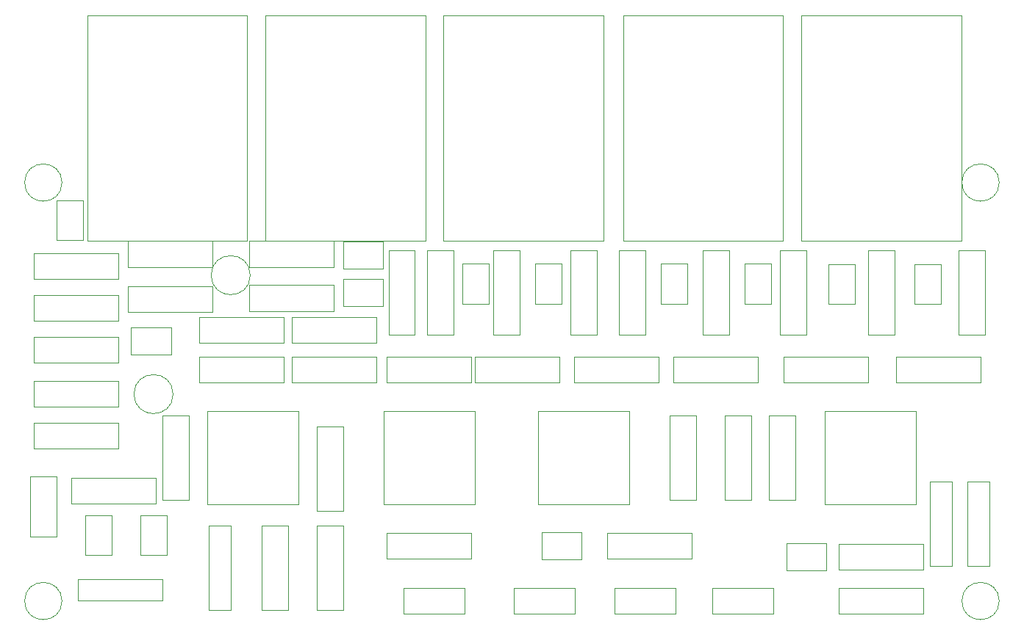
<source format=gbr>
G04 #@! TF.GenerationSoftware,KiCad,Pcbnew,(5.1.0-0)*
G04 #@! TF.CreationDate,2019-04-27T21:54:15-07:00*
G04 #@! TF.ProjectId,Pre-amp,5072652d-616d-4702-9e6b-696361645f70,rev?*
G04 #@! TF.SameCoordinates,Original*
G04 #@! TF.FileFunction,Other,User*
%FSLAX46Y46*%
G04 Gerber Fmt 4.6, Leading zero omitted, Abs format (unit mm)*
G04 Created by KiCad (PCBNEW (5.1.0-0)) date 2019-04-27 21:54:15*
%MOMM*%
%LPD*%
G04 APERTURE LIST*
%ADD10C,0.050000*%
G04 APERTURE END LIST*
D10*
X77180000Y-61480000D02*
G75*
G03X77180000Y-61480000I-2250000J0D01*
G01*
X127534000Y-60164000D02*
X124434000Y-60164000D01*
X124434000Y-60164000D02*
X124434000Y-64764000D01*
X124434000Y-64764000D02*
X127534000Y-64764000D01*
X127534000Y-64764000D02*
X127534000Y-60164000D01*
X140660000Y-57496000D02*
X159060000Y-57496000D01*
X159060000Y-57496000D02*
X159060000Y-31496000D01*
X159060000Y-31496000D02*
X140660000Y-31496000D01*
X140660000Y-31496000D02*
X140660000Y-57496000D01*
X120166000Y-57496000D02*
X138566000Y-57496000D01*
X138566000Y-57496000D02*
X138566000Y-31496000D01*
X138566000Y-31496000D02*
X120166000Y-31496000D01*
X120166000Y-31496000D02*
X120166000Y-57496000D01*
X99432000Y-57496000D02*
X117832000Y-57496000D01*
X117832000Y-57496000D02*
X117832000Y-31496000D01*
X117832000Y-31496000D02*
X99432000Y-31496000D01*
X99432000Y-31496000D02*
X99432000Y-57496000D01*
X78938000Y-57496000D02*
X97338000Y-57496000D01*
X97338000Y-57496000D02*
X97338000Y-31496000D01*
X97338000Y-31496000D02*
X78938000Y-31496000D01*
X78938000Y-31496000D02*
X78938000Y-57496000D01*
X58444000Y-57496000D02*
X76844000Y-57496000D01*
X76844000Y-57496000D02*
X76844000Y-31496000D01*
X76844000Y-31496000D02*
X58444000Y-31496000D01*
X58444000Y-31496000D02*
X58444000Y-57496000D01*
X64490000Y-93760000D02*
X67590000Y-93760000D01*
X67590000Y-93760000D02*
X67590000Y-89160000D01*
X67590000Y-89160000D02*
X64490000Y-89160000D01*
X64490000Y-89160000D02*
X64490000Y-93760000D01*
X58140000Y-93760000D02*
X61240000Y-93760000D01*
X61240000Y-93760000D02*
X61240000Y-89160000D01*
X61240000Y-89160000D02*
X58140000Y-89160000D01*
X58140000Y-89160000D02*
X58140000Y-93760000D01*
X68290000Y-75196000D02*
G75*
G03X68290000Y-75196000I-2250000J0D01*
G01*
X54838000Y-57438000D02*
X57938000Y-57438000D01*
X57938000Y-57438000D02*
X57938000Y-52838000D01*
X57938000Y-52838000D02*
X54838000Y-52838000D01*
X54838000Y-52838000D02*
X54838000Y-57438000D01*
X68066000Y-67538000D02*
X63466000Y-67538000D01*
X68066000Y-70638000D02*
X68066000Y-67538000D01*
X63466000Y-70638000D02*
X68066000Y-70638000D01*
X63466000Y-67538000D02*
X63466000Y-70638000D01*
X92490000Y-65050000D02*
X92490000Y-61950000D01*
X92490000Y-61950000D02*
X87890000Y-61950000D01*
X87890000Y-61950000D02*
X87890000Y-65050000D01*
X87890000Y-65050000D02*
X92490000Y-65050000D01*
X87890000Y-60732000D02*
X92490000Y-60732000D01*
X87890000Y-57632000D02*
X87890000Y-60732000D01*
X92490000Y-57632000D02*
X87890000Y-57632000D01*
X92490000Y-60732000D02*
X92490000Y-57632000D01*
X109956000Y-60164000D02*
X109956000Y-64764000D01*
X113056000Y-60164000D02*
X109956000Y-60164000D01*
X113056000Y-64764000D02*
X113056000Y-60164000D01*
X109956000Y-64764000D02*
X113056000Y-64764000D01*
X104674000Y-60164000D02*
X101574000Y-60164000D01*
X101574000Y-60164000D02*
X101574000Y-64764000D01*
X101574000Y-64764000D02*
X104674000Y-64764000D01*
X104674000Y-64764000D02*
X104674000Y-60164000D01*
X137186000Y-64764000D02*
X137186000Y-60164000D01*
X134086000Y-64764000D02*
X137186000Y-64764000D01*
X134086000Y-60164000D02*
X134086000Y-64764000D01*
X137186000Y-60164000D02*
X134086000Y-60164000D01*
X156744000Y-60204000D02*
X153644000Y-60204000D01*
X153644000Y-60204000D02*
X153644000Y-64804000D01*
X153644000Y-64804000D02*
X156744000Y-64804000D01*
X156744000Y-64804000D02*
X156744000Y-60204000D01*
X146838000Y-64804000D02*
X146838000Y-60204000D01*
X143738000Y-64804000D02*
X146838000Y-64804000D01*
X143738000Y-60204000D02*
X143738000Y-64804000D01*
X146838000Y-60204000D02*
X143738000Y-60204000D01*
X115350000Y-94260000D02*
X115350000Y-91160000D01*
X115350000Y-91160000D02*
X110750000Y-91160000D01*
X110750000Y-91160000D02*
X110750000Y-94260000D01*
X110750000Y-94260000D02*
X115350000Y-94260000D01*
X143544000Y-92430000D02*
X138944000Y-92430000D01*
X143544000Y-95530000D02*
X143544000Y-92430000D01*
X138944000Y-95530000D02*
X143544000Y-95530000D01*
X138944000Y-92430000D02*
X138944000Y-95530000D01*
X72410000Y-90390000D02*
X72410000Y-100110000D01*
X74910000Y-90390000D02*
X72410000Y-90390000D01*
X74910000Y-100110000D02*
X74910000Y-90390000D01*
X72410000Y-100110000D02*
X74910000Y-100110000D01*
X57370000Y-99040000D02*
X67090000Y-99040000D01*
X57370000Y-96540000D02*
X57370000Y-99040000D01*
X67090000Y-96540000D02*
X57370000Y-96540000D01*
X67090000Y-99040000D02*
X67090000Y-96540000D01*
X155468000Y-95030000D02*
X157968000Y-95030000D01*
X157968000Y-95030000D02*
X157968000Y-85310000D01*
X157968000Y-85310000D02*
X155468000Y-85310000D01*
X155468000Y-85310000D02*
X155468000Y-95030000D01*
X159786000Y-95030000D02*
X162286000Y-95030000D01*
X162286000Y-95030000D02*
X162286000Y-85310000D01*
X162286000Y-85310000D02*
X159786000Y-85310000D01*
X159786000Y-85310000D02*
X159786000Y-95030000D01*
X55490000Y-99060000D02*
G75*
G03X55490000Y-99060000I-2150000J0D01*
G01*
X55490000Y-50800000D02*
G75*
G03X55490000Y-50800000I-2150000J0D01*
G01*
X163440000Y-50800000D02*
G75*
G03X163440000Y-50800000I-2150000J0D01*
G01*
X163440000Y-99060000D02*
G75*
G03X163440000Y-99060000I-2150000J0D01*
G01*
X54840000Y-84670000D02*
X51840000Y-84670000D01*
X54840000Y-91670000D02*
X54840000Y-84670000D01*
X51840000Y-91670000D02*
X54840000Y-91670000D01*
X51840000Y-84670000D02*
X51840000Y-91670000D01*
X101830000Y-97560000D02*
X94830000Y-97560000D01*
X94830000Y-97560000D02*
X94830000Y-100560000D01*
X94830000Y-100560000D02*
X101830000Y-100560000D01*
X101830000Y-100560000D02*
X101830000Y-97560000D01*
X114530000Y-97560000D02*
X107530000Y-97560000D01*
X107530000Y-97560000D02*
X107530000Y-100560000D01*
X107530000Y-100560000D02*
X114530000Y-100560000D01*
X114530000Y-100560000D02*
X114530000Y-97560000D01*
X126150000Y-97560000D02*
X119150000Y-97560000D01*
X119150000Y-97560000D02*
X119150000Y-100560000D01*
X119150000Y-100560000D02*
X126150000Y-100560000D01*
X126150000Y-100560000D02*
X126150000Y-97560000D01*
X137390000Y-100560000D02*
X137390000Y-97560000D01*
X130390000Y-100560000D02*
X137390000Y-100560000D01*
X130390000Y-97560000D02*
X130390000Y-100560000D01*
X137390000Y-97560000D02*
X130390000Y-97560000D01*
X56608000Y-87860000D02*
X66328000Y-87860000D01*
X56608000Y-84860000D02*
X56608000Y-87860000D01*
X66328000Y-84860000D02*
X56608000Y-84860000D01*
X66328000Y-87860000D02*
X66328000Y-84860000D01*
X62010000Y-81510000D02*
X62010000Y-78510000D01*
X62010000Y-78510000D02*
X52290000Y-78510000D01*
X52290000Y-78510000D02*
X52290000Y-81510000D01*
X52290000Y-81510000D02*
X62010000Y-81510000D01*
X84860000Y-100110000D02*
X87860000Y-100110000D01*
X87860000Y-100110000D02*
X87860000Y-90390000D01*
X87860000Y-90390000D02*
X84860000Y-90390000D01*
X84860000Y-90390000D02*
X84860000Y-100110000D01*
X78510000Y-100110000D02*
X81510000Y-100110000D01*
X81510000Y-100110000D02*
X81510000Y-90390000D01*
X81510000Y-90390000D02*
X78510000Y-90390000D01*
X78510000Y-90390000D02*
X78510000Y-100110000D01*
X67080000Y-77690000D02*
X67080000Y-87410000D01*
X70080000Y-77690000D02*
X67080000Y-77690000D01*
X70080000Y-87410000D02*
X70080000Y-77690000D01*
X67080000Y-87410000D02*
X70080000Y-87410000D01*
X62010000Y-68604000D02*
X52290000Y-68604000D01*
X62010000Y-71604000D02*
X62010000Y-68604000D01*
X52290000Y-71604000D02*
X62010000Y-71604000D01*
X52290000Y-68604000D02*
X52290000Y-71604000D01*
X62010000Y-73684000D02*
X52290000Y-73684000D01*
X62010000Y-76684000D02*
X62010000Y-73684000D01*
X52290000Y-76684000D02*
X62010000Y-76684000D01*
X52290000Y-73684000D02*
X52290000Y-76684000D01*
X62010000Y-58952000D02*
X52290000Y-58952000D01*
X62010000Y-61952000D02*
X62010000Y-58952000D01*
X52290000Y-61952000D02*
X62010000Y-61952000D01*
X52290000Y-58952000D02*
X52290000Y-61952000D01*
X63085000Y-62762000D02*
X63085000Y-65762000D01*
X63085000Y-65762000D02*
X72805000Y-65762000D01*
X72805000Y-65762000D02*
X72805000Y-62762000D01*
X72805000Y-62762000D02*
X63085000Y-62762000D01*
X72805000Y-60555000D02*
X72805000Y-57555000D01*
X72805000Y-57555000D02*
X63085000Y-57555000D01*
X63085000Y-57555000D02*
X63085000Y-60555000D01*
X63085000Y-60555000D02*
X72805000Y-60555000D01*
X71340000Y-66318000D02*
X71340000Y-69318000D01*
X71340000Y-69318000D02*
X81060000Y-69318000D01*
X81060000Y-69318000D02*
X81060000Y-66318000D01*
X81060000Y-66318000D02*
X71340000Y-66318000D01*
X87860000Y-88680000D02*
X87860000Y-78960000D01*
X84860000Y-88680000D02*
X87860000Y-88680000D01*
X84860000Y-78960000D02*
X84860000Y-88680000D01*
X87860000Y-78960000D02*
X84860000Y-78960000D01*
X77055000Y-62635000D02*
X77055000Y-65635000D01*
X77055000Y-65635000D02*
X86775000Y-65635000D01*
X86775000Y-65635000D02*
X86775000Y-62635000D01*
X86775000Y-62635000D02*
X77055000Y-62635000D01*
X86775000Y-60555000D02*
X86775000Y-57555000D01*
X86775000Y-57555000D02*
X77055000Y-57555000D01*
X77055000Y-57555000D02*
X77055000Y-60555000D01*
X77055000Y-60555000D02*
X86775000Y-60555000D01*
X81060000Y-73890000D02*
X81060000Y-70890000D01*
X81060000Y-70890000D02*
X71340000Y-70890000D01*
X71340000Y-70890000D02*
X71340000Y-73890000D01*
X71340000Y-73890000D02*
X81060000Y-73890000D01*
X82008000Y-73890000D02*
X91728000Y-73890000D01*
X82008000Y-70890000D02*
X82008000Y-73890000D01*
X91728000Y-70890000D02*
X82008000Y-70890000D01*
X91728000Y-73890000D02*
X91728000Y-70890000D01*
X91728000Y-66318000D02*
X82008000Y-66318000D01*
X91728000Y-69318000D02*
X91728000Y-66318000D01*
X82008000Y-69318000D02*
X91728000Y-69318000D01*
X82008000Y-66318000D02*
X82008000Y-69318000D01*
X93115000Y-58640000D02*
X93115000Y-68360000D01*
X96115000Y-58640000D02*
X93115000Y-58640000D01*
X96115000Y-68360000D02*
X96115000Y-58640000D01*
X93115000Y-68360000D02*
X96115000Y-68360000D01*
X97560000Y-58640000D02*
X97560000Y-68360000D01*
X100560000Y-58640000D02*
X97560000Y-58640000D01*
X100560000Y-68360000D02*
X100560000Y-58640000D01*
X97560000Y-68360000D02*
X100560000Y-68360000D01*
X105180000Y-68360000D02*
X108180000Y-68360000D01*
X108180000Y-68360000D02*
X108180000Y-58640000D01*
X108180000Y-58640000D02*
X105180000Y-58640000D01*
X105180000Y-58640000D02*
X105180000Y-68360000D01*
X102650000Y-73890000D02*
X102650000Y-70890000D01*
X102650000Y-70890000D02*
X92930000Y-70890000D01*
X92930000Y-70890000D02*
X92930000Y-73890000D01*
X92930000Y-73890000D02*
X102650000Y-73890000D01*
X114070000Y-58640000D02*
X114070000Y-68360000D01*
X117070000Y-58640000D02*
X114070000Y-58640000D01*
X117070000Y-68360000D02*
X117070000Y-58640000D01*
X114070000Y-68360000D02*
X117070000Y-68360000D01*
X103090000Y-73890000D02*
X112810000Y-73890000D01*
X103090000Y-70890000D02*
X103090000Y-73890000D01*
X112810000Y-70890000D02*
X103090000Y-70890000D01*
X112810000Y-73890000D02*
X112810000Y-70890000D01*
X119658000Y-68360000D02*
X122658000Y-68360000D01*
X122658000Y-68360000D02*
X122658000Y-58640000D01*
X122658000Y-58640000D02*
X119658000Y-58640000D01*
X119658000Y-58640000D02*
X119658000Y-68360000D01*
X132310000Y-58640000D02*
X129310000Y-58640000D01*
X129310000Y-58640000D02*
X129310000Y-68360000D01*
X129310000Y-68360000D02*
X132310000Y-68360000D01*
X132310000Y-68360000D02*
X132310000Y-58640000D01*
X124240000Y-73890000D02*
X124240000Y-70890000D01*
X124240000Y-70890000D02*
X114520000Y-70890000D01*
X114520000Y-70890000D02*
X114520000Y-73890000D01*
X114520000Y-73890000D02*
X124240000Y-73890000D01*
X125950000Y-73890000D02*
X135670000Y-73890000D01*
X125950000Y-70890000D02*
X125950000Y-73890000D01*
X135670000Y-70890000D02*
X125950000Y-70890000D01*
X135670000Y-73890000D02*
X135670000Y-70890000D01*
X138200000Y-58640000D02*
X138200000Y-68360000D01*
X141200000Y-58640000D02*
X138200000Y-58640000D01*
X141200000Y-68360000D02*
X141200000Y-58640000D01*
X138200000Y-68360000D02*
X141200000Y-68360000D01*
X128500000Y-87410000D02*
X128500000Y-77690000D01*
X125500000Y-87410000D02*
X128500000Y-87410000D01*
X125500000Y-77690000D02*
X125500000Y-87410000D01*
X128500000Y-77690000D02*
X125500000Y-77690000D01*
X151360000Y-58640000D02*
X148360000Y-58640000D01*
X148360000Y-58640000D02*
X148360000Y-68360000D01*
X148360000Y-68360000D02*
X151360000Y-68360000D01*
X151360000Y-68360000D02*
X151360000Y-58640000D01*
X134850000Y-87410000D02*
X134850000Y-77690000D01*
X131850000Y-87410000D02*
X134850000Y-87410000D01*
X131850000Y-77690000D02*
X131850000Y-87410000D01*
X134850000Y-77690000D02*
X131850000Y-77690000D01*
X148370000Y-73890000D02*
X148370000Y-70890000D01*
X148370000Y-70890000D02*
X138650000Y-70890000D01*
X138650000Y-70890000D02*
X138650000Y-73890000D01*
X138650000Y-73890000D02*
X148370000Y-73890000D01*
X136930000Y-87410000D02*
X139930000Y-87410000D01*
X139930000Y-87410000D02*
X139930000Y-77690000D01*
X139930000Y-77690000D02*
X136930000Y-77690000D01*
X136930000Y-77690000D02*
X136930000Y-87410000D01*
X158774000Y-58640000D02*
X158774000Y-68360000D01*
X161774000Y-58640000D02*
X158774000Y-58640000D01*
X161774000Y-68360000D02*
X161774000Y-58640000D01*
X158774000Y-68360000D02*
X161774000Y-68360000D01*
X151604000Y-73890000D02*
X161324000Y-73890000D01*
X151604000Y-70890000D02*
X151604000Y-73890000D01*
X161324000Y-70890000D02*
X151604000Y-70890000D01*
X161324000Y-73890000D02*
X161324000Y-70890000D01*
X154720000Y-95480000D02*
X154720000Y-92480000D01*
X154720000Y-92480000D02*
X145000000Y-92480000D01*
X145000000Y-92480000D02*
X145000000Y-95480000D01*
X145000000Y-95480000D02*
X154720000Y-95480000D01*
X154720000Y-97560000D02*
X145000000Y-97560000D01*
X154720000Y-100560000D02*
X154720000Y-97560000D01*
X145000000Y-100560000D02*
X154720000Y-100560000D01*
X145000000Y-97560000D02*
X145000000Y-100560000D01*
X128050000Y-94210000D02*
X128050000Y-91210000D01*
X128050000Y-91210000D02*
X118330000Y-91210000D01*
X118330000Y-91210000D02*
X118330000Y-94210000D01*
X118330000Y-94210000D02*
X128050000Y-94210000D01*
X102650000Y-91210000D02*
X92930000Y-91210000D01*
X102650000Y-94210000D02*
X102650000Y-91210000D01*
X92930000Y-94210000D02*
X102650000Y-94210000D01*
X92930000Y-91210000D02*
X92930000Y-94210000D01*
X82760000Y-77190000D02*
X72210000Y-77190000D01*
X82760000Y-87890000D02*
X82760000Y-77190000D01*
X72210000Y-87890000D02*
X82760000Y-87890000D01*
X72210000Y-77190000D02*
X72210000Y-87890000D01*
X92530000Y-77190000D02*
X92530000Y-87890000D01*
X92530000Y-87890000D02*
X103080000Y-87890000D01*
X103080000Y-87890000D02*
X103080000Y-77190000D01*
X103080000Y-77190000D02*
X92530000Y-77190000D01*
X120860000Y-77190000D02*
X110310000Y-77190000D01*
X120860000Y-87890000D02*
X120860000Y-77190000D01*
X110310000Y-87890000D02*
X120860000Y-87890000D01*
X110310000Y-77190000D02*
X110310000Y-87890000D01*
X143330000Y-77190000D02*
X143330000Y-87890000D01*
X143330000Y-87890000D02*
X153880000Y-87890000D01*
X153880000Y-87890000D02*
X153880000Y-77190000D01*
X153880000Y-77190000D02*
X143330000Y-77190000D01*
X62010000Y-66778000D02*
X62010000Y-63778000D01*
X62010000Y-63778000D02*
X52290000Y-63778000D01*
X52290000Y-63778000D02*
X52290000Y-66778000D01*
X52290000Y-66778000D02*
X62010000Y-66778000D01*
M02*

</source>
